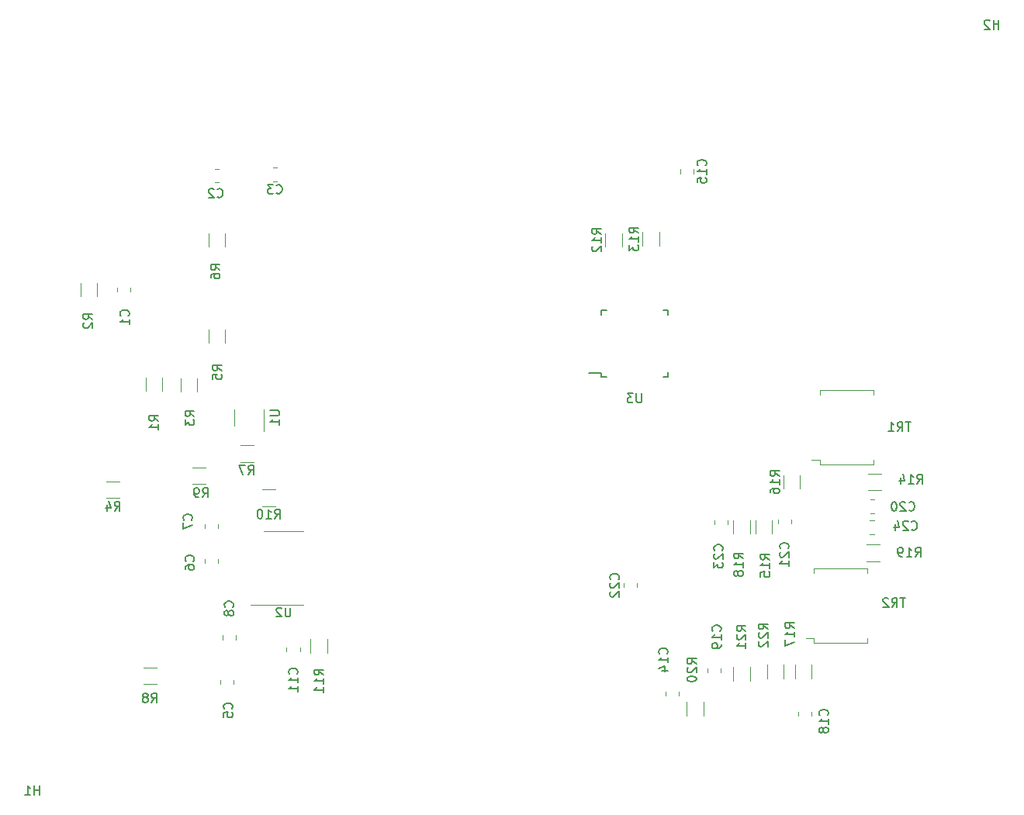
<source format=gbr>
%TF.GenerationSoftware,KiCad,Pcbnew,(5.1.10)-1*%
%TF.CreationDate,2021-07-26T18:41:44-03:00*%
%TF.ProjectId,ASBF,41534246-2e6b-4696-9361-645f70636258,V1.1*%
%TF.SameCoordinates,Original*%
%TF.FileFunction,Legend,Bot*%
%TF.FilePolarity,Positive*%
%FSLAX46Y46*%
G04 Gerber Fmt 4.6, Leading zero omitted, Abs format (unit mm)*
G04 Created by KiCad (PCBNEW (5.1.10)-1) date 2021-07-26 18:41:44*
%MOMM*%
%LPD*%
G01*
G04 APERTURE LIST*
%ADD10C,0.120000*%
%ADD11C,0.150000*%
G04 APERTURE END LIST*
D10*
%TO.C,R12*%
X167055000Y-63243936D02*
X167055000Y-64698064D01*
X165235000Y-63243936D02*
X165235000Y-64698064D01*
%TO.C,TR1*%
X194466000Y-80354000D02*
X194466000Y-80862000D01*
X188624000Y-80354000D02*
X194466000Y-80354000D01*
X188624000Y-80862000D02*
X188624000Y-80354000D01*
X188624000Y-87974000D02*
X187735000Y-87974000D01*
X188624000Y-88482000D02*
X188624000Y-87974000D01*
X194466000Y-88482000D02*
X188624000Y-88482000D01*
X194466000Y-87974000D02*
X194466000Y-88482000D01*
D11*
%TO.C,U3*%
X164806000Y-78474000D02*
X163431000Y-78474000D01*
X172056000Y-78899000D02*
X171531000Y-78899000D01*
X172056000Y-71649000D02*
X171531000Y-71649000D01*
X164806000Y-71649000D02*
X165331000Y-71649000D01*
X164806000Y-78899000D02*
X165331000Y-78899000D01*
X164806000Y-71649000D02*
X164806000Y-72174000D01*
X172056000Y-71649000D02*
X172056000Y-72174000D01*
X172056000Y-78899000D02*
X172056000Y-78374000D01*
X164806000Y-78899000D02*
X164806000Y-78474000D01*
D10*
%TO.C,U2*%
X130100000Y-95765000D02*
X132300000Y-95765000D01*
X130100000Y-95765000D02*
X127900000Y-95765000D01*
X130100000Y-103835000D02*
X132300000Y-103835000D01*
X130100000Y-103835000D02*
X126500000Y-103835000D01*
%TO.C,U1*%
X124685000Y-84227000D02*
X124685000Y-82427000D01*
X127905000Y-82427000D02*
X127905000Y-84877000D01*
%TO.C,TR2*%
X193831000Y-99785000D02*
X193831000Y-100293000D01*
X187989000Y-99785000D02*
X193831000Y-99785000D01*
X187989000Y-100293000D02*
X187989000Y-99785000D01*
X187989000Y-107405000D02*
X187100000Y-107405000D01*
X187989000Y-107913000D02*
X187989000Y-107405000D01*
X193831000Y-107913000D02*
X187989000Y-107913000D01*
X193831000Y-107405000D02*
X193831000Y-107913000D01*
%TO.C,R22*%
X184708000Y-110360936D02*
X184708000Y-111815064D01*
X182888000Y-110360936D02*
X182888000Y-111815064D01*
%TO.C,R21*%
X181025000Y-110614936D02*
X181025000Y-112069064D01*
X179205000Y-110614936D02*
X179205000Y-112069064D01*
%TO.C,R20*%
X174125000Y-115879064D02*
X174125000Y-114424936D01*
X175945000Y-115879064D02*
X175945000Y-114424936D01*
%TO.C,R19*%
X193738936Y-97224000D02*
X195193064Y-97224000D01*
X193738936Y-99044000D02*
X195193064Y-99044000D01*
%TO.C,R18*%
X181025000Y-94551436D02*
X181025000Y-96005564D01*
X179205000Y-94551436D02*
X179205000Y-96005564D01*
%TO.C,R17*%
X187756000Y-110360936D02*
X187756000Y-111815064D01*
X185936000Y-110360936D02*
X185936000Y-111815064D01*
%TO.C,R16*%
X186486000Y-89659936D02*
X186486000Y-91114064D01*
X184666000Y-89659936D02*
X184666000Y-91114064D01*
%TO.C,R15*%
X181618000Y-96005564D02*
X181618000Y-94551436D01*
X183438000Y-96005564D02*
X183438000Y-94551436D01*
%TO.C,R14*%
X193865936Y-89477000D02*
X195320064Y-89477000D01*
X193865936Y-91297000D02*
X195320064Y-91297000D01*
%TO.C,R13*%
X171119000Y-63116936D02*
X171119000Y-64571064D01*
X169299000Y-63116936D02*
X169299000Y-64571064D01*
%TO.C,R11*%
X133039000Y-107564936D02*
X133039000Y-109019064D01*
X134859000Y-107564936D02*
X134859000Y-109019064D01*
%TO.C,R10*%
X127772936Y-93010000D02*
X129227064Y-93010000D01*
X127772936Y-91190000D02*
X129227064Y-91190000D01*
%TO.C,R9*%
X121622064Y-88810000D02*
X120167936Y-88810000D01*
X121622064Y-90630000D02*
X120167936Y-90630000D01*
%TO.C,R8*%
X114833936Y-112474000D02*
X116288064Y-112474000D01*
X114833936Y-110654000D02*
X116288064Y-110654000D01*
%TO.C,R7*%
X125374936Y-88217000D02*
X126829064Y-88217000D01*
X125374936Y-86397000D02*
X126829064Y-86397000D01*
%TO.C,R6*%
X121890000Y-63211936D02*
X121890000Y-64666064D01*
X123710000Y-63211936D02*
X123710000Y-64666064D01*
%TO.C,R5*%
X123710000Y-75207064D02*
X123710000Y-73752936D01*
X121890000Y-75207064D02*
X121890000Y-73752936D01*
%TO.C,R4*%
X110769936Y-92154000D02*
X112224064Y-92154000D01*
X110769936Y-90334000D02*
X112224064Y-90334000D01*
%TO.C,R3*%
X120662000Y-80541064D02*
X120662000Y-79086936D01*
X118842000Y-80541064D02*
X118842000Y-79086936D01*
%TO.C,R2*%
X109740000Y-70127064D02*
X109740000Y-68672936D01*
X107920000Y-70127064D02*
X107920000Y-68672936D01*
%TO.C,R1*%
X115032000Y-78959936D02*
X115032000Y-80414064D01*
X116852000Y-78959936D02*
X116852000Y-80414064D01*
%TO.C,C24*%
X194088436Y-94605000D02*
X194542564Y-94605000D01*
X194088436Y-96075000D02*
X194542564Y-96075000D01*
%TO.C,C23*%
X178564000Y-94581436D02*
X178564000Y-95035564D01*
X177094000Y-94581436D02*
X177094000Y-95035564D01*
%TO.C,C22*%
X168658000Y-101439436D02*
X168658000Y-101893564D01*
X167188000Y-101439436D02*
X167188000Y-101893564D01*
%TO.C,C21*%
X184079000Y-94932064D02*
X184079000Y-94477936D01*
X185549000Y-94932064D02*
X185549000Y-94477936D01*
%TO.C,C20*%
X194111936Y-92319000D02*
X194566064Y-92319000D01*
X194111936Y-93789000D02*
X194566064Y-93789000D01*
%TO.C,C19*%
X177802000Y-110733936D02*
X177802000Y-111188064D01*
X176332000Y-110733936D02*
X176332000Y-111188064D01*
%TO.C,C18*%
X186238000Y-115910564D02*
X186238000Y-115456436D01*
X187708000Y-115910564D02*
X187708000Y-115456436D01*
%TO.C,C15*%
X173411000Y-56705064D02*
X173411000Y-56250936D01*
X174881000Y-56705064D02*
X174881000Y-56250936D01*
%TO.C,C14*%
X173230000Y-113273936D02*
X173230000Y-113728064D01*
X171760000Y-113273936D02*
X171760000Y-113728064D01*
%TO.C,C11*%
X130420000Y-108445936D02*
X130420000Y-108900064D01*
X131890000Y-108445936D02*
X131890000Y-108900064D01*
%TO.C,C8*%
X124932000Y-107600064D02*
X124932000Y-107145936D01*
X123462000Y-107600064D02*
X123462000Y-107145936D01*
%TO.C,C7*%
X122935000Y-95431564D02*
X122935000Y-94977436D01*
X121465000Y-95431564D02*
X121465000Y-94977436D01*
%TO.C,C6*%
X122935000Y-99227064D02*
X122935000Y-98772936D01*
X121465000Y-99227064D02*
X121465000Y-98772936D01*
%TO.C,C5*%
X124678000Y-112449564D02*
X124678000Y-111995436D01*
X123208000Y-112449564D02*
X123208000Y-111995436D01*
%TO.C,C3*%
X128922936Y-57562000D02*
X129377064Y-57562000D01*
X128922936Y-56092000D02*
X129377064Y-56092000D01*
%TO.C,C2*%
X123027064Y-56219000D02*
X122572936Y-56219000D01*
X123027064Y-57689000D02*
X122572936Y-57689000D01*
%TO.C,C1*%
X111905000Y-69172936D02*
X111905000Y-69627064D01*
X113375000Y-69172936D02*
X113375000Y-69627064D01*
%TO.C,R12*%
D11*
X164777380Y-63328142D02*
X164301190Y-62994809D01*
X164777380Y-62756714D02*
X163777380Y-62756714D01*
X163777380Y-63137666D01*
X163825000Y-63232904D01*
X163872619Y-63280523D01*
X163967857Y-63328142D01*
X164110714Y-63328142D01*
X164205952Y-63280523D01*
X164253571Y-63232904D01*
X164301190Y-63137666D01*
X164301190Y-62756714D01*
X164777380Y-64280523D02*
X164777380Y-63709095D01*
X164777380Y-63994809D02*
X163777380Y-63994809D01*
X163920238Y-63899571D01*
X164015476Y-63804333D01*
X164063095Y-63709095D01*
X163872619Y-64661476D02*
X163825000Y-64709095D01*
X163777380Y-64804333D01*
X163777380Y-65042428D01*
X163825000Y-65137666D01*
X163872619Y-65185285D01*
X163967857Y-65232904D01*
X164063095Y-65232904D01*
X164205952Y-65185285D01*
X164777380Y-64613857D01*
X164777380Y-65232904D01*
%TO.C,TR1*%
X198561904Y-83852380D02*
X197990476Y-83852380D01*
X198276190Y-84852380D02*
X198276190Y-83852380D01*
X197085714Y-84852380D02*
X197419047Y-84376190D01*
X197657142Y-84852380D02*
X197657142Y-83852380D01*
X197276190Y-83852380D01*
X197180952Y-83900000D01*
X197133333Y-83947619D01*
X197085714Y-84042857D01*
X197085714Y-84185714D01*
X197133333Y-84280952D01*
X197180952Y-84328571D01*
X197276190Y-84376190D01*
X197657142Y-84376190D01*
X196133333Y-84852380D02*
X196704761Y-84852380D01*
X196419047Y-84852380D02*
X196419047Y-83852380D01*
X196514285Y-83995238D01*
X196609523Y-84090476D01*
X196704761Y-84138095D01*
%TO.C,U3*%
X169192904Y-80726380D02*
X169192904Y-81535904D01*
X169145285Y-81631142D01*
X169097666Y-81678761D01*
X169002428Y-81726380D01*
X168811952Y-81726380D01*
X168716714Y-81678761D01*
X168669095Y-81631142D01*
X168621476Y-81535904D01*
X168621476Y-80726380D01*
X168240523Y-80726380D02*
X167621476Y-80726380D01*
X167954809Y-81107333D01*
X167811952Y-81107333D01*
X167716714Y-81154952D01*
X167669095Y-81202571D01*
X167621476Y-81297809D01*
X167621476Y-81535904D01*
X167669095Y-81631142D01*
X167716714Y-81678761D01*
X167811952Y-81726380D01*
X168097666Y-81726380D01*
X168192904Y-81678761D01*
X168240523Y-81631142D01*
%TO.C,U2*%
X130861904Y-104102380D02*
X130861904Y-104911904D01*
X130814285Y-105007142D01*
X130766666Y-105054761D01*
X130671428Y-105102380D01*
X130480952Y-105102380D01*
X130385714Y-105054761D01*
X130338095Y-105007142D01*
X130290476Y-104911904D01*
X130290476Y-104102380D01*
X129861904Y-104197619D02*
X129814285Y-104150000D01*
X129719047Y-104102380D01*
X129480952Y-104102380D01*
X129385714Y-104150000D01*
X129338095Y-104197619D01*
X129290476Y-104292857D01*
X129290476Y-104388095D01*
X129338095Y-104530952D01*
X129909523Y-105102380D01*
X129290476Y-105102380D01*
%TO.C,U1*%
X128647380Y-82565095D02*
X129456904Y-82565095D01*
X129552142Y-82612714D01*
X129599761Y-82660333D01*
X129647380Y-82755571D01*
X129647380Y-82946047D01*
X129599761Y-83041285D01*
X129552142Y-83088904D01*
X129456904Y-83136523D01*
X128647380Y-83136523D01*
X129647380Y-84136523D02*
X129647380Y-83565095D01*
X129647380Y-83850809D02*
X128647380Y-83850809D01*
X128790238Y-83755571D01*
X128885476Y-83660333D01*
X128933095Y-83565095D01*
%TO.C,TR2*%
X197961904Y-103052380D02*
X197390476Y-103052380D01*
X197676190Y-104052380D02*
X197676190Y-103052380D01*
X196485714Y-104052380D02*
X196819047Y-103576190D01*
X197057142Y-104052380D02*
X197057142Y-103052380D01*
X196676190Y-103052380D01*
X196580952Y-103100000D01*
X196533333Y-103147619D01*
X196485714Y-103242857D01*
X196485714Y-103385714D01*
X196533333Y-103480952D01*
X196580952Y-103528571D01*
X196676190Y-103576190D01*
X197057142Y-103576190D01*
X196104761Y-103147619D02*
X196057142Y-103100000D01*
X195961904Y-103052380D01*
X195723809Y-103052380D01*
X195628571Y-103100000D01*
X195580952Y-103147619D01*
X195533333Y-103242857D01*
X195533333Y-103338095D01*
X195580952Y-103480952D01*
X196152380Y-104052380D01*
X195533333Y-104052380D01*
%TO.C,R22*%
X182952380Y-106457142D02*
X182476190Y-106123809D01*
X182952380Y-105885714D02*
X181952380Y-105885714D01*
X181952380Y-106266666D01*
X182000000Y-106361904D01*
X182047619Y-106409523D01*
X182142857Y-106457142D01*
X182285714Y-106457142D01*
X182380952Y-106409523D01*
X182428571Y-106361904D01*
X182476190Y-106266666D01*
X182476190Y-105885714D01*
X182047619Y-106838095D02*
X182000000Y-106885714D01*
X181952380Y-106980952D01*
X181952380Y-107219047D01*
X182000000Y-107314285D01*
X182047619Y-107361904D01*
X182142857Y-107409523D01*
X182238095Y-107409523D01*
X182380952Y-107361904D01*
X182952380Y-106790476D01*
X182952380Y-107409523D01*
X182047619Y-107790476D02*
X182000000Y-107838095D01*
X181952380Y-107933333D01*
X181952380Y-108171428D01*
X182000000Y-108266666D01*
X182047619Y-108314285D01*
X182142857Y-108361904D01*
X182238095Y-108361904D01*
X182380952Y-108314285D01*
X182952380Y-107742857D01*
X182952380Y-108361904D01*
%TO.C,R21*%
X180552380Y-106657142D02*
X180076190Y-106323809D01*
X180552380Y-106085714D02*
X179552380Y-106085714D01*
X179552380Y-106466666D01*
X179600000Y-106561904D01*
X179647619Y-106609523D01*
X179742857Y-106657142D01*
X179885714Y-106657142D01*
X179980952Y-106609523D01*
X180028571Y-106561904D01*
X180076190Y-106466666D01*
X180076190Y-106085714D01*
X179647619Y-107038095D02*
X179600000Y-107085714D01*
X179552380Y-107180952D01*
X179552380Y-107419047D01*
X179600000Y-107514285D01*
X179647619Y-107561904D01*
X179742857Y-107609523D01*
X179838095Y-107609523D01*
X179980952Y-107561904D01*
X180552380Y-106990476D01*
X180552380Y-107609523D01*
X180552380Y-108561904D02*
X180552380Y-107990476D01*
X180552380Y-108276190D02*
X179552380Y-108276190D01*
X179695238Y-108180952D01*
X179790476Y-108085714D01*
X179838095Y-107990476D01*
%TO.C,R20*%
X175152380Y-110257142D02*
X174676190Y-109923809D01*
X175152380Y-109685714D02*
X174152380Y-109685714D01*
X174152380Y-110066666D01*
X174200000Y-110161904D01*
X174247619Y-110209523D01*
X174342857Y-110257142D01*
X174485714Y-110257142D01*
X174580952Y-110209523D01*
X174628571Y-110161904D01*
X174676190Y-110066666D01*
X174676190Y-109685714D01*
X174247619Y-110638095D02*
X174200000Y-110685714D01*
X174152380Y-110780952D01*
X174152380Y-111019047D01*
X174200000Y-111114285D01*
X174247619Y-111161904D01*
X174342857Y-111209523D01*
X174438095Y-111209523D01*
X174580952Y-111161904D01*
X175152380Y-110590476D01*
X175152380Y-111209523D01*
X174152380Y-111828571D02*
X174152380Y-111923809D01*
X174200000Y-112019047D01*
X174247619Y-112066666D01*
X174342857Y-112114285D01*
X174533333Y-112161904D01*
X174771428Y-112161904D01*
X174961904Y-112114285D01*
X175057142Y-112066666D01*
X175104761Y-112019047D01*
X175152380Y-111923809D01*
X175152380Y-111828571D01*
X175104761Y-111733333D01*
X175057142Y-111685714D01*
X174961904Y-111638095D01*
X174771428Y-111590476D01*
X174533333Y-111590476D01*
X174342857Y-111638095D01*
X174247619Y-111685714D01*
X174200000Y-111733333D01*
X174152380Y-111828571D01*
%TO.C,R19*%
X199042857Y-98552380D02*
X199376190Y-98076190D01*
X199614285Y-98552380D02*
X199614285Y-97552380D01*
X199233333Y-97552380D01*
X199138095Y-97600000D01*
X199090476Y-97647619D01*
X199042857Y-97742857D01*
X199042857Y-97885714D01*
X199090476Y-97980952D01*
X199138095Y-98028571D01*
X199233333Y-98076190D01*
X199614285Y-98076190D01*
X198090476Y-98552380D02*
X198661904Y-98552380D01*
X198376190Y-98552380D02*
X198376190Y-97552380D01*
X198471428Y-97695238D01*
X198566666Y-97790476D01*
X198661904Y-97838095D01*
X197614285Y-98552380D02*
X197423809Y-98552380D01*
X197328571Y-98504761D01*
X197280952Y-98457142D01*
X197185714Y-98314285D01*
X197138095Y-98123809D01*
X197138095Y-97742857D01*
X197185714Y-97647619D01*
X197233333Y-97600000D01*
X197328571Y-97552380D01*
X197519047Y-97552380D01*
X197614285Y-97600000D01*
X197661904Y-97647619D01*
X197709523Y-97742857D01*
X197709523Y-97980952D01*
X197661904Y-98076190D01*
X197614285Y-98123809D01*
X197519047Y-98171428D01*
X197328571Y-98171428D01*
X197233333Y-98123809D01*
X197185714Y-98076190D01*
X197138095Y-97980952D01*
%TO.C,R18*%
X180252380Y-98757142D02*
X179776190Y-98423809D01*
X180252380Y-98185714D02*
X179252380Y-98185714D01*
X179252380Y-98566666D01*
X179300000Y-98661904D01*
X179347619Y-98709523D01*
X179442857Y-98757142D01*
X179585714Y-98757142D01*
X179680952Y-98709523D01*
X179728571Y-98661904D01*
X179776190Y-98566666D01*
X179776190Y-98185714D01*
X180252380Y-99709523D02*
X180252380Y-99138095D01*
X180252380Y-99423809D02*
X179252380Y-99423809D01*
X179395238Y-99328571D01*
X179490476Y-99233333D01*
X179538095Y-99138095D01*
X179680952Y-100280952D02*
X179633333Y-100185714D01*
X179585714Y-100138095D01*
X179490476Y-100090476D01*
X179442857Y-100090476D01*
X179347619Y-100138095D01*
X179300000Y-100185714D01*
X179252380Y-100280952D01*
X179252380Y-100471428D01*
X179300000Y-100566666D01*
X179347619Y-100614285D01*
X179442857Y-100661904D01*
X179490476Y-100661904D01*
X179585714Y-100614285D01*
X179633333Y-100566666D01*
X179680952Y-100471428D01*
X179680952Y-100280952D01*
X179728571Y-100185714D01*
X179776190Y-100138095D01*
X179871428Y-100090476D01*
X180061904Y-100090476D01*
X180157142Y-100138095D01*
X180204761Y-100185714D01*
X180252380Y-100280952D01*
X180252380Y-100471428D01*
X180204761Y-100566666D01*
X180157142Y-100614285D01*
X180061904Y-100661904D01*
X179871428Y-100661904D01*
X179776190Y-100614285D01*
X179728571Y-100566666D01*
X179680952Y-100471428D01*
%TO.C,R17*%
X185852380Y-106357142D02*
X185376190Y-106023809D01*
X185852380Y-105785714D02*
X184852380Y-105785714D01*
X184852380Y-106166666D01*
X184900000Y-106261904D01*
X184947619Y-106309523D01*
X185042857Y-106357142D01*
X185185714Y-106357142D01*
X185280952Y-106309523D01*
X185328571Y-106261904D01*
X185376190Y-106166666D01*
X185376190Y-105785714D01*
X185852380Y-107309523D02*
X185852380Y-106738095D01*
X185852380Y-107023809D02*
X184852380Y-107023809D01*
X184995238Y-106928571D01*
X185090476Y-106833333D01*
X185138095Y-106738095D01*
X184852380Y-107642857D02*
X184852380Y-108309523D01*
X185852380Y-107880952D01*
%TO.C,R16*%
X184208380Y-89744142D02*
X183732190Y-89410809D01*
X184208380Y-89172714D02*
X183208380Y-89172714D01*
X183208380Y-89553666D01*
X183256000Y-89648904D01*
X183303619Y-89696523D01*
X183398857Y-89744142D01*
X183541714Y-89744142D01*
X183636952Y-89696523D01*
X183684571Y-89648904D01*
X183732190Y-89553666D01*
X183732190Y-89172714D01*
X184208380Y-90696523D02*
X184208380Y-90125095D01*
X184208380Y-90410809D02*
X183208380Y-90410809D01*
X183351238Y-90315571D01*
X183446476Y-90220333D01*
X183494095Y-90125095D01*
X183208380Y-91553666D02*
X183208380Y-91363190D01*
X183256000Y-91267952D01*
X183303619Y-91220333D01*
X183446476Y-91125095D01*
X183636952Y-91077476D01*
X184017904Y-91077476D01*
X184113142Y-91125095D01*
X184160761Y-91172714D01*
X184208380Y-91267952D01*
X184208380Y-91458428D01*
X184160761Y-91553666D01*
X184113142Y-91601285D01*
X184017904Y-91648904D01*
X183779809Y-91648904D01*
X183684571Y-91601285D01*
X183636952Y-91553666D01*
X183589333Y-91458428D01*
X183589333Y-91267952D01*
X183636952Y-91172714D01*
X183684571Y-91125095D01*
X183779809Y-91077476D01*
%TO.C,R15*%
X183152380Y-98857142D02*
X182676190Y-98523809D01*
X183152380Y-98285714D02*
X182152380Y-98285714D01*
X182152380Y-98666666D01*
X182200000Y-98761904D01*
X182247619Y-98809523D01*
X182342857Y-98857142D01*
X182485714Y-98857142D01*
X182580952Y-98809523D01*
X182628571Y-98761904D01*
X182676190Y-98666666D01*
X182676190Y-98285714D01*
X183152380Y-99809523D02*
X183152380Y-99238095D01*
X183152380Y-99523809D02*
X182152380Y-99523809D01*
X182295238Y-99428571D01*
X182390476Y-99333333D01*
X182438095Y-99238095D01*
X182152380Y-100714285D02*
X182152380Y-100238095D01*
X182628571Y-100190476D01*
X182580952Y-100238095D01*
X182533333Y-100333333D01*
X182533333Y-100571428D01*
X182580952Y-100666666D01*
X182628571Y-100714285D01*
X182723809Y-100761904D01*
X182961904Y-100761904D01*
X183057142Y-100714285D01*
X183104761Y-100666666D01*
X183152380Y-100571428D01*
X183152380Y-100333333D01*
X183104761Y-100238095D01*
X183057142Y-100190476D01*
%TO.C,R14*%
X199242857Y-90552380D02*
X199576190Y-90076190D01*
X199814285Y-90552380D02*
X199814285Y-89552380D01*
X199433333Y-89552380D01*
X199338095Y-89600000D01*
X199290476Y-89647619D01*
X199242857Y-89742857D01*
X199242857Y-89885714D01*
X199290476Y-89980952D01*
X199338095Y-90028571D01*
X199433333Y-90076190D01*
X199814285Y-90076190D01*
X198290476Y-90552380D02*
X198861904Y-90552380D01*
X198576190Y-90552380D02*
X198576190Y-89552380D01*
X198671428Y-89695238D01*
X198766666Y-89790476D01*
X198861904Y-89838095D01*
X197433333Y-89885714D02*
X197433333Y-90552380D01*
X197671428Y-89504761D02*
X197909523Y-90219047D01*
X197290476Y-90219047D01*
%TO.C,R13*%
X168841380Y-63201142D02*
X168365190Y-62867809D01*
X168841380Y-62629714D02*
X167841380Y-62629714D01*
X167841380Y-63010666D01*
X167889000Y-63105904D01*
X167936619Y-63153523D01*
X168031857Y-63201142D01*
X168174714Y-63201142D01*
X168269952Y-63153523D01*
X168317571Y-63105904D01*
X168365190Y-63010666D01*
X168365190Y-62629714D01*
X168841380Y-64153523D02*
X168841380Y-63582095D01*
X168841380Y-63867809D02*
X167841380Y-63867809D01*
X167984238Y-63772571D01*
X168079476Y-63677333D01*
X168127095Y-63582095D01*
X167841380Y-64486857D02*
X167841380Y-65105904D01*
X168222333Y-64772571D01*
X168222333Y-64915428D01*
X168269952Y-65010666D01*
X168317571Y-65058285D01*
X168412809Y-65105904D01*
X168650904Y-65105904D01*
X168746142Y-65058285D01*
X168793761Y-65010666D01*
X168841380Y-64915428D01*
X168841380Y-64629714D01*
X168793761Y-64534476D01*
X168746142Y-64486857D01*
%TO.C,R11*%
X134452380Y-111457142D02*
X133976190Y-111123809D01*
X134452380Y-110885714D02*
X133452380Y-110885714D01*
X133452380Y-111266666D01*
X133500000Y-111361904D01*
X133547619Y-111409523D01*
X133642857Y-111457142D01*
X133785714Y-111457142D01*
X133880952Y-111409523D01*
X133928571Y-111361904D01*
X133976190Y-111266666D01*
X133976190Y-110885714D01*
X134452380Y-112409523D02*
X134452380Y-111838095D01*
X134452380Y-112123809D02*
X133452380Y-112123809D01*
X133595238Y-112028571D01*
X133690476Y-111933333D01*
X133738095Y-111838095D01*
X134452380Y-113361904D02*
X134452380Y-112790476D01*
X134452380Y-113076190D02*
X133452380Y-113076190D01*
X133595238Y-112980952D01*
X133690476Y-112885714D01*
X133738095Y-112790476D01*
%TO.C,R10*%
X129142857Y-94372380D02*
X129476190Y-93896190D01*
X129714285Y-94372380D02*
X129714285Y-93372380D01*
X129333333Y-93372380D01*
X129238095Y-93420000D01*
X129190476Y-93467619D01*
X129142857Y-93562857D01*
X129142857Y-93705714D01*
X129190476Y-93800952D01*
X129238095Y-93848571D01*
X129333333Y-93896190D01*
X129714285Y-93896190D01*
X128190476Y-94372380D02*
X128761904Y-94372380D01*
X128476190Y-94372380D02*
X128476190Y-93372380D01*
X128571428Y-93515238D01*
X128666666Y-93610476D01*
X128761904Y-93658095D01*
X127571428Y-93372380D02*
X127476190Y-93372380D01*
X127380952Y-93420000D01*
X127333333Y-93467619D01*
X127285714Y-93562857D01*
X127238095Y-93753333D01*
X127238095Y-93991428D01*
X127285714Y-94181904D01*
X127333333Y-94277142D01*
X127380952Y-94324761D01*
X127476190Y-94372380D01*
X127571428Y-94372380D01*
X127666666Y-94324761D01*
X127714285Y-94277142D01*
X127761904Y-94181904D01*
X127809523Y-93991428D01*
X127809523Y-93753333D01*
X127761904Y-93562857D01*
X127714285Y-93467619D01*
X127666666Y-93420000D01*
X127571428Y-93372380D01*
%TO.C,R9*%
X121266666Y-92052380D02*
X121600000Y-91576190D01*
X121838095Y-92052380D02*
X121838095Y-91052380D01*
X121457142Y-91052380D01*
X121361904Y-91100000D01*
X121314285Y-91147619D01*
X121266666Y-91242857D01*
X121266666Y-91385714D01*
X121314285Y-91480952D01*
X121361904Y-91528571D01*
X121457142Y-91576190D01*
X121838095Y-91576190D01*
X120790476Y-92052380D02*
X120600000Y-92052380D01*
X120504761Y-92004761D01*
X120457142Y-91957142D01*
X120361904Y-91814285D01*
X120314285Y-91623809D01*
X120314285Y-91242857D01*
X120361904Y-91147619D01*
X120409523Y-91100000D01*
X120504761Y-91052380D01*
X120695238Y-91052380D01*
X120790476Y-91100000D01*
X120838095Y-91147619D01*
X120885714Y-91242857D01*
X120885714Y-91480952D01*
X120838095Y-91576190D01*
X120790476Y-91623809D01*
X120695238Y-91671428D01*
X120504761Y-91671428D01*
X120409523Y-91623809D01*
X120361904Y-91576190D01*
X120314285Y-91480952D01*
%TO.C,R8*%
X115666666Y-114452380D02*
X116000000Y-113976190D01*
X116238095Y-114452380D02*
X116238095Y-113452380D01*
X115857142Y-113452380D01*
X115761904Y-113500000D01*
X115714285Y-113547619D01*
X115666666Y-113642857D01*
X115666666Y-113785714D01*
X115714285Y-113880952D01*
X115761904Y-113928571D01*
X115857142Y-113976190D01*
X116238095Y-113976190D01*
X115095238Y-113880952D02*
X115190476Y-113833333D01*
X115238095Y-113785714D01*
X115285714Y-113690476D01*
X115285714Y-113642857D01*
X115238095Y-113547619D01*
X115190476Y-113500000D01*
X115095238Y-113452380D01*
X114904761Y-113452380D01*
X114809523Y-113500000D01*
X114761904Y-113547619D01*
X114714285Y-113642857D01*
X114714285Y-113690476D01*
X114761904Y-113785714D01*
X114809523Y-113833333D01*
X114904761Y-113880952D01*
X115095238Y-113880952D01*
X115190476Y-113928571D01*
X115238095Y-113976190D01*
X115285714Y-114071428D01*
X115285714Y-114261904D01*
X115238095Y-114357142D01*
X115190476Y-114404761D01*
X115095238Y-114452380D01*
X114904761Y-114452380D01*
X114809523Y-114404761D01*
X114761904Y-114357142D01*
X114714285Y-114261904D01*
X114714285Y-114071428D01*
X114761904Y-113976190D01*
X114809523Y-113928571D01*
X114904761Y-113880952D01*
%TO.C,R7*%
X126268666Y-89579380D02*
X126602000Y-89103190D01*
X126840095Y-89579380D02*
X126840095Y-88579380D01*
X126459142Y-88579380D01*
X126363904Y-88627000D01*
X126316285Y-88674619D01*
X126268666Y-88769857D01*
X126268666Y-88912714D01*
X126316285Y-89007952D01*
X126363904Y-89055571D01*
X126459142Y-89103190D01*
X126840095Y-89103190D01*
X125935333Y-88579380D02*
X125268666Y-88579380D01*
X125697238Y-89579380D01*
%TO.C,R6*%
X123152380Y-67233333D02*
X122676190Y-66900000D01*
X123152380Y-66661904D02*
X122152380Y-66661904D01*
X122152380Y-67042857D01*
X122200000Y-67138095D01*
X122247619Y-67185714D01*
X122342857Y-67233333D01*
X122485714Y-67233333D01*
X122580952Y-67185714D01*
X122628571Y-67138095D01*
X122676190Y-67042857D01*
X122676190Y-66661904D01*
X122152380Y-68090476D02*
X122152380Y-67900000D01*
X122200000Y-67804761D01*
X122247619Y-67757142D01*
X122390476Y-67661904D01*
X122580952Y-67614285D01*
X122961904Y-67614285D01*
X123057142Y-67661904D01*
X123104761Y-67709523D01*
X123152380Y-67804761D01*
X123152380Y-67995238D01*
X123104761Y-68090476D01*
X123057142Y-68138095D01*
X122961904Y-68185714D01*
X122723809Y-68185714D01*
X122628571Y-68138095D01*
X122580952Y-68090476D01*
X122533333Y-67995238D01*
X122533333Y-67804761D01*
X122580952Y-67709523D01*
X122628571Y-67661904D01*
X122723809Y-67614285D01*
%TO.C,R5*%
X123352380Y-78233333D02*
X122876190Y-77900000D01*
X123352380Y-77661904D02*
X122352380Y-77661904D01*
X122352380Y-78042857D01*
X122400000Y-78138095D01*
X122447619Y-78185714D01*
X122542857Y-78233333D01*
X122685714Y-78233333D01*
X122780952Y-78185714D01*
X122828571Y-78138095D01*
X122876190Y-78042857D01*
X122876190Y-77661904D01*
X122352380Y-79138095D02*
X122352380Y-78661904D01*
X122828571Y-78614285D01*
X122780952Y-78661904D01*
X122733333Y-78757142D01*
X122733333Y-78995238D01*
X122780952Y-79090476D01*
X122828571Y-79138095D01*
X122923809Y-79185714D01*
X123161904Y-79185714D01*
X123257142Y-79138095D01*
X123304761Y-79090476D01*
X123352380Y-78995238D01*
X123352380Y-78757142D01*
X123304761Y-78661904D01*
X123257142Y-78614285D01*
%TO.C,R4*%
X111663666Y-93516380D02*
X111997000Y-93040190D01*
X112235095Y-93516380D02*
X112235095Y-92516380D01*
X111854142Y-92516380D01*
X111758904Y-92564000D01*
X111711285Y-92611619D01*
X111663666Y-92706857D01*
X111663666Y-92849714D01*
X111711285Y-92944952D01*
X111758904Y-92992571D01*
X111854142Y-93040190D01*
X112235095Y-93040190D01*
X110806523Y-92849714D02*
X110806523Y-93516380D01*
X111044619Y-92468761D02*
X111282714Y-93183047D01*
X110663666Y-93183047D01*
%TO.C,R3*%
X120352380Y-83233333D02*
X119876190Y-82900000D01*
X120352380Y-82661904D02*
X119352380Y-82661904D01*
X119352380Y-83042857D01*
X119400000Y-83138095D01*
X119447619Y-83185714D01*
X119542857Y-83233333D01*
X119685714Y-83233333D01*
X119780952Y-83185714D01*
X119828571Y-83138095D01*
X119876190Y-83042857D01*
X119876190Y-82661904D01*
X119352380Y-83566666D02*
X119352380Y-84185714D01*
X119733333Y-83852380D01*
X119733333Y-83995238D01*
X119780952Y-84090476D01*
X119828571Y-84138095D01*
X119923809Y-84185714D01*
X120161904Y-84185714D01*
X120257142Y-84138095D01*
X120304761Y-84090476D01*
X120352380Y-83995238D01*
X120352380Y-83709523D01*
X120304761Y-83614285D01*
X120257142Y-83566666D01*
%TO.C,R2*%
X109252380Y-72633333D02*
X108776190Y-72300000D01*
X109252380Y-72061904D02*
X108252380Y-72061904D01*
X108252380Y-72442857D01*
X108300000Y-72538095D01*
X108347619Y-72585714D01*
X108442857Y-72633333D01*
X108585714Y-72633333D01*
X108680952Y-72585714D01*
X108728571Y-72538095D01*
X108776190Y-72442857D01*
X108776190Y-72061904D01*
X108347619Y-73014285D02*
X108300000Y-73061904D01*
X108252380Y-73157142D01*
X108252380Y-73395238D01*
X108300000Y-73490476D01*
X108347619Y-73538095D01*
X108442857Y-73585714D01*
X108538095Y-73585714D01*
X108680952Y-73538095D01*
X109252380Y-72966666D01*
X109252380Y-73585714D01*
%TO.C,R1*%
X116452380Y-83733333D02*
X115976190Y-83400000D01*
X116452380Y-83161904D02*
X115452380Y-83161904D01*
X115452380Y-83542857D01*
X115500000Y-83638095D01*
X115547619Y-83685714D01*
X115642857Y-83733333D01*
X115785714Y-83733333D01*
X115880952Y-83685714D01*
X115928571Y-83638095D01*
X115976190Y-83542857D01*
X115976190Y-83161904D01*
X116452380Y-84685714D02*
X116452380Y-84114285D01*
X116452380Y-84400000D02*
X115452380Y-84400000D01*
X115595238Y-84304761D01*
X115690476Y-84209523D01*
X115738095Y-84114285D01*
%TO.C,H2*%
X208161904Y-40952380D02*
X208161904Y-39952380D01*
X208161904Y-40428571D02*
X207590476Y-40428571D01*
X207590476Y-40952380D02*
X207590476Y-39952380D01*
X207161904Y-40047619D02*
X207114285Y-40000000D01*
X207019047Y-39952380D01*
X206780952Y-39952380D01*
X206685714Y-40000000D01*
X206638095Y-40047619D01*
X206590476Y-40142857D01*
X206590476Y-40238095D01*
X206638095Y-40380952D01*
X207209523Y-40952380D01*
X206590476Y-40952380D01*
%TO.C,H1*%
X103461904Y-124552380D02*
X103461904Y-123552380D01*
X103461904Y-124028571D02*
X102890476Y-124028571D01*
X102890476Y-124552380D02*
X102890476Y-123552380D01*
X101890476Y-124552380D02*
X102461904Y-124552380D01*
X102176190Y-124552380D02*
X102176190Y-123552380D01*
X102271428Y-123695238D01*
X102366666Y-123790476D01*
X102461904Y-123838095D01*
%TO.C,C24*%
X198642857Y-95557142D02*
X198690476Y-95604761D01*
X198833333Y-95652380D01*
X198928571Y-95652380D01*
X199071428Y-95604761D01*
X199166666Y-95509523D01*
X199214285Y-95414285D01*
X199261904Y-95223809D01*
X199261904Y-95080952D01*
X199214285Y-94890476D01*
X199166666Y-94795238D01*
X199071428Y-94700000D01*
X198928571Y-94652380D01*
X198833333Y-94652380D01*
X198690476Y-94700000D01*
X198642857Y-94747619D01*
X198261904Y-94747619D02*
X198214285Y-94700000D01*
X198119047Y-94652380D01*
X197880952Y-94652380D01*
X197785714Y-94700000D01*
X197738095Y-94747619D01*
X197690476Y-94842857D01*
X197690476Y-94938095D01*
X197738095Y-95080952D01*
X198309523Y-95652380D01*
X197690476Y-95652380D01*
X196833333Y-94985714D02*
X196833333Y-95652380D01*
X197071428Y-94604761D02*
X197309523Y-95319047D01*
X196690476Y-95319047D01*
%TO.C,C23*%
X177957142Y-97857142D02*
X178004761Y-97809523D01*
X178052380Y-97666666D01*
X178052380Y-97571428D01*
X178004761Y-97428571D01*
X177909523Y-97333333D01*
X177814285Y-97285714D01*
X177623809Y-97238095D01*
X177480952Y-97238095D01*
X177290476Y-97285714D01*
X177195238Y-97333333D01*
X177100000Y-97428571D01*
X177052380Y-97571428D01*
X177052380Y-97666666D01*
X177100000Y-97809523D01*
X177147619Y-97857142D01*
X177147619Y-98238095D02*
X177100000Y-98285714D01*
X177052380Y-98380952D01*
X177052380Y-98619047D01*
X177100000Y-98714285D01*
X177147619Y-98761904D01*
X177242857Y-98809523D01*
X177338095Y-98809523D01*
X177480952Y-98761904D01*
X178052380Y-98190476D01*
X178052380Y-98809523D01*
X177052380Y-99142857D02*
X177052380Y-99761904D01*
X177433333Y-99428571D01*
X177433333Y-99571428D01*
X177480952Y-99666666D01*
X177528571Y-99714285D01*
X177623809Y-99761904D01*
X177861904Y-99761904D01*
X177957142Y-99714285D01*
X178004761Y-99666666D01*
X178052380Y-99571428D01*
X178052380Y-99285714D01*
X178004761Y-99190476D01*
X177957142Y-99142857D01*
%TO.C,C22*%
X166630142Y-101023642D02*
X166677761Y-100976023D01*
X166725380Y-100833166D01*
X166725380Y-100737928D01*
X166677761Y-100595071D01*
X166582523Y-100499833D01*
X166487285Y-100452214D01*
X166296809Y-100404595D01*
X166153952Y-100404595D01*
X165963476Y-100452214D01*
X165868238Y-100499833D01*
X165773000Y-100595071D01*
X165725380Y-100737928D01*
X165725380Y-100833166D01*
X165773000Y-100976023D01*
X165820619Y-101023642D01*
X165820619Y-101404595D02*
X165773000Y-101452214D01*
X165725380Y-101547452D01*
X165725380Y-101785547D01*
X165773000Y-101880785D01*
X165820619Y-101928404D01*
X165915857Y-101976023D01*
X166011095Y-101976023D01*
X166153952Y-101928404D01*
X166725380Y-101356976D01*
X166725380Y-101976023D01*
X165820619Y-102356976D02*
X165773000Y-102404595D01*
X165725380Y-102499833D01*
X165725380Y-102737928D01*
X165773000Y-102833166D01*
X165820619Y-102880785D01*
X165915857Y-102928404D01*
X166011095Y-102928404D01*
X166153952Y-102880785D01*
X166725380Y-102309357D01*
X166725380Y-102928404D01*
%TO.C,C21*%
X185157142Y-97657142D02*
X185204761Y-97609523D01*
X185252380Y-97466666D01*
X185252380Y-97371428D01*
X185204761Y-97228571D01*
X185109523Y-97133333D01*
X185014285Y-97085714D01*
X184823809Y-97038095D01*
X184680952Y-97038095D01*
X184490476Y-97085714D01*
X184395238Y-97133333D01*
X184300000Y-97228571D01*
X184252380Y-97371428D01*
X184252380Y-97466666D01*
X184300000Y-97609523D01*
X184347619Y-97657142D01*
X184347619Y-98038095D02*
X184300000Y-98085714D01*
X184252380Y-98180952D01*
X184252380Y-98419047D01*
X184300000Y-98514285D01*
X184347619Y-98561904D01*
X184442857Y-98609523D01*
X184538095Y-98609523D01*
X184680952Y-98561904D01*
X185252380Y-97990476D01*
X185252380Y-98609523D01*
X185252380Y-99561904D02*
X185252380Y-98990476D01*
X185252380Y-99276190D02*
X184252380Y-99276190D01*
X184395238Y-99180952D01*
X184490476Y-99085714D01*
X184538095Y-98990476D01*
%TO.C,C20*%
X198342857Y-93457142D02*
X198390476Y-93504761D01*
X198533333Y-93552380D01*
X198628571Y-93552380D01*
X198771428Y-93504761D01*
X198866666Y-93409523D01*
X198914285Y-93314285D01*
X198961904Y-93123809D01*
X198961904Y-92980952D01*
X198914285Y-92790476D01*
X198866666Y-92695238D01*
X198771428Y-92600000D01*
X198628571Y-92552380D01*
X198533333Y-92552380D01*
X198390476Y-92600000D01*
X198342857Y-92647619D01*
X197961904Y-92647619D02*
X197914285Y-92600000D01*
X197819047Y-92552380D01*
X197580952Y-92552380D01*
X197485714Y-92600000D01*
X197438095Y-92647619D01*
X197390476Y-92742857D01*
X197390476Y-92838095D01*
X197438095Y-92980952D01*
X198009523Y-93552380D01*
X197390476Y-93552380D01*
X196771428Y-92552380D02*
X196676190Y-92552380D01*
X196580952Y-92600000D01*
X196533333Y-92647619D01*
X196485714Y-92742857D01*
X196438095Y-92933333D01*
X196438095Y-93171428D01*
X196485714Y-93361904D01*
X196533333Y-93457142D01*
X196580952Y-93504761D01*
X196676190Y-93552380D01*
X196771428Y-93552380D01*
X196866666Y-93504761D01*
X196914285Y-93457142D01*
X196961904Y-93361904D01*
X197009523Y-93171428D01*
X197009523Y-92933333D01*
X196961904Y-92742857D01*
X196914285Y-92647619D01*
X196866666Y-92600000D01*
X196771428Y-92552380D01*
%TO.C,C19*%
X177757142Y-106657142D02*
X177804761Y-106609523D01*
X177852380Y-106466666D01*
X177852380Y-106371428D01*
X177804761Y-106228571D01*
X177709523Y-106133333D01*
X177614285Y-106085714D01*
X177423809Y-106038095D01*
X177280952Y-106038095D01*
X177090476Y-106085714D01*
X176995238Y-106133333D01*
X176900000Y-106228571D01*
X176852380Y-106371428D01*
X176852380Y-106466666D01*
X176900000Y-106609523D01*
X176947619Y-106657142D01*
X177852380Y-107609523D02*
X177852380Y-107038095D01*
X177852380Y-107323809D02*
X176852380Y-107323809D01*
X176995238Y-107228571D01*
X177090476Y-107133333D01*
X177138095Y-107038095D01*
X177852380Y-108085714D02*
X177852380Y-108276190D01*
X177804761Y-108371428D01*
X177757142Y-108419047D01*
X177614285Y-108514285D01*
X177423809Y-108561904D01*
X177042857Y-108561904D01*
X176947619Y-108514285D01*
X176900000Y-108466666D01*
X176852380Y-108371428D01*
X176852380Y-108180952D01*
X176900000Y-108085714D01*
X176947619Y-108038095D01*
X177042857Y-107990476D01*
X177280952Y-107990476D01*
X177376190Y-108038095D01*
X177423809Y-108085714D01*
X177471428Y-108180952D01*
X177471428Y-108371428D01*
X177423809Y-108466666D01*
X177376190Y-108514285D01*
X177280952Y-108561904D01*
%TO.C,C18*%
X189457142Y-115857142D02*
X189504761Y-115809523D01*
X189552380Y-115666666D01*
X189552380Y-115571428D01*
X189504761Y-115428571D01*
X189409523Y-115333333D01*
X189314285Y-115285714D01*
X189123809Y-115238095D01*
X188980952Y-115238095D01*
X188790476Y-115285714D01*
X188695238Y-115333333D01*
X188600000Y-115428571D01*
X188552380Y-115571428D01*
X188552380Y-115666666D01*
X188600000Y-115809523D01*
X188647619Y-115857142D01*
X189552380Y-116809523D02*
X189552380Y-116238095D01*
X189552380Y-116523809D02*
X188552380Y-116523809D01*
X188695238Y-116428571D01*
X188790476Y-116333333D01*
X188838095Y-116238095D01*
X188980952Y-117380952D02*
X188933333Y-117285714D01*
X188885714Y-117238095D01*
X188790476Y-117190476D01*
X188742857Y-117190476D01*
X188647619Y-117238095D01*
X188600000Y-117285714D01*
X188552380Y-117380952D01*
X188552380Y-117571428D01*
X188600000Y-117666666D01*
X188647619Y-117714285D01*
X188742857Y-117761904D01*
X188790476Y-117761904D01*
X188885714Y-117714285D01*
X188933333Y-117666666D01*
X188980952Y-117571428D01*
X188980952Y-117380952D01*
X189028571Y-117285714D01*
X189076190Y-117238095D01*
X189171428Y-117190476D01*
X189361904Y-117190476D01*
X189457142Y-117238095D01*
X189504761Y-117285714D01*
X189552380Y-117380952D01*
X189552380Y-117571428D01*
X189504761Y-117666666D01*
X189457142Y-117714285D01*
X189361904Y-117761904D01*
X189171428Y-117761904D01*
X189076190Y-117714285D01*
X189028571Y-117666666D01*
X188980952Y-117571428D01*
%TO.C,C15*%
X176153142Y-55835142D02*
X176200761Y-55787523D01*
X176248380Y-55644666D01*
X176248380Y-55549428D01*
X176200761Y-55406571D01*
X176105523Y-55311333D01*
X176010285Y-55263714D01*
X175819809Y-55216095D01*
X175676952Y-55216095D01*
X175486476Y-55263714D01*
X175391238Y-55311333D01*
X175296000Y-55406571D01*
X175248380Y-55549428D01*
X175248380Y-55644666D01*
X175296000Y-55787523D01*
X175343619Y-55835142D01*
X176248380Y-56787523D02*
X176248380Y-56216095D01*
X176248380Y-56501809D02*
X175248380Y-56501809D01*
X175391238Y-56406571D01*
X175486476Y-56311333D01*
X175534095Y-56216095D01*
X175248380Y-57692285D02*
X175248380Y-57216095D01*
X175724571Y-57168476D01*
X175676952Y-57216095D01*
X175629333Y-57311333D01*
X175629333Y-57549428D01*
X175676952Y-57644666D01*
X175724571Y-57692285D01*
X175819809Y-57739904D01*
X176057904Y-57739904D01*
X176153142Y-57692285D01*
X176200761Y-57644666D01*
X176248380Y-57549428D01*
X176248380Y-57311333D01*
X176200761Y-57216095D01*
X176153142Y-57168476D01*
%TO.C,C14*%
X171957142Y-109157142D02*
X172004761Y-109109523D01*
X172052380Y-108966666D01*
X172052380Y-108871428D01*
X172004761Y-108728571D01*
X171909523Y-108633333D01*
X171814285Y-108585714D01*
X171623809Y-108538095D01*
X171480952Y-108538095D01*
X171290476Y-108585714D01*
X171195238Y-108633333D01*
X171100000Y-108728571D01*
X171052380Y-108871428D01*
X171052380Y-108966666D01*
X171100000Y-109109523D01*
X171147619Y-109157142D01*
X172052380Y-110109523D02*
X172052380Y-109538095D01*
X172052380Y-109823809D02*
X171052380Y-109823809D01*
X171195238Y-109728571D01*
X171290476Y-109633333D01*
X171338095Y-109538095D01*
X171385714Y-110966666D02*
X172052380Y-110966666D01*
X171004761Y-110728571D02*
X171719047Y-110490476D01*
X171719047Y-111109523D01*
%TO.C,C11*%
X131557142Y-111357142D02*
X131604761Y-111309523D01*
X131652380Y-111166666D01*
X131652380Y-111071428D01*
X131604761Y-110928571D01*
X131509523Y-110833333D01*
X131414285Y-110785714D01*
X131223809Y-110738095D01*
X131080952Y-110738095D01*
X130890476Y-110785714D01*
X130795238Y-110833333D01*
X130700000Y-110928571D01*
X130652380Y-111071428D01*
X130652380Y-111166666D01*
X130700000Y-111309523D01*
X130747619Y-111357142D01*
X131652380Y-112309523D02*
X131652380Y-111738095D01*
X131652380Y-112023809D02*
X130652380Y-112023809D01*
X130795238Y-111928571D01*
X130890476Y-111833333D01*
X130938095Y-111738095D01*
X131652380Y-113261904D02*
X131652380Y-112690476D01*
X131652380Y-112976190D02*
X130652380Y-112976190D01*
X130795238Y-112880952D01*
X130890476Y-112785714D01*
X130938095Y-112690476D01*
%TO.C,C8*%
X124557142Y-104033333D02*
X124604761Y-103985714D01*
X124652380Y-103842857D01*
X124652380Y-103747619D01*
X124604761Y-103604761D01*
X124509523Y-103509523D01*
X124414285Y-103461904D01*
X124223809Y-103414285D01*
X124080952Y-103414285D01*
X123890476Y-103461904D01*
X123795238Y-103509523D01*
X123700000Y-103604761D01*
X123652380Y-103747619D01*
X123652380Y-103842857D01*
X123700000Y-103985714D01*
X123747619Y-104033333D01*
X124080952Y-104604761D02*
X124033333Y-104509523D01*
X123985714Y-104461904D01*
X123890476Y-104414285D01*
X123842857Y-104414285D01*
X123747619Y-104461904D01*
X123700000Y-104509523D01*
X123652380Y-104604761D01*
X123652380Y-104795238D01*
X123700000Y-104890476D01*
X123747619Y-104938095D01*
X123842857Y-104985714D01*
X123890476Y-104985714D01*
X123985714Y-104938095D01*
X124033333Y-104890476D01*
X124080952Y-104795238D01*
X124080952Y-104604761D01*
X124128571Y-104509523D01*
X124176190Y-104461904D01*
X124271428Y-104414285D01*
X124461904Y-104414285D01*
X124557142Y-104461904D01*
X124604761Y-104509523D01*
X124652380Y-104604761D01*
X124652380Y-104795238D01*
X124604761Y-104890476D01*
X124557142Y-104938095D01*
X124461904Y-104985714D01*
X124271428Y-104985714D01*
X124176190Y-104938095D01*
X124128571Y-104890476D01*
X124080952Y-104795238D01*
%TO.C,C7*%
X120057142Y-94533333D02*
X120104761Y-94485714D01*
X120152380Y-94342857D01*
X120152380Y-94247619D01*
X120104761Y-94104761D01*
X120009523Y-94009523D01*
X119914285Y-93961904D01*
X119723809Y-93914285D01*
X119580952Y-93914285D01*
X119390476Y-93961904D01*
X119295238Y-94009523D01*
X119200000Y-94104761D01*
X119152380Y-94247619D01*
X119152380Y-94342857D01*
X119200000Y-94485714D01*
X119247619Y-94533333D01*
X119152380Y-94866666D02*
X119152380Y-95533333D01*
X120152380Y-95104761D01*
%TO.C,C6*%
X120257142Y-99033333D02*
X120304761Y-98985714D01*
X120352380Y-98842857D01*
X120352380Y-98747619D01*
X120304761Y-98604761D01*
X120209523Y-98509523D01*
X120114285Y-98461904D01*
X119923809Y-98414285D01*
X119780952Y-98414285D01*
X119590476Y-98461904D01*
X119495238Y-98509523D01*
X119400000Y-98604761D01*
X119352380Y-98747619D01*
X119352380Y-98842857D01*
X119400000Y-98985714D01*
X119447619Y-99033333D01*
X119352380Y-99890476D02*
X119352380Y-99700000D01*
X119400000Y-99604761D01*
X119447619Y-99557142D01*
X119590476Y-99461904D01*
X119780952Y-99414285D01*
X120161904Y-99414285D01*
X120257142Y-99461904D01*
X120304761Y-99509523D01*
X120352380Y-99604761D01*
X120352380Y-99795238D01*
X120304761Y-99890476D01*
X120257142Y-99938095D01*
X120161904Y-99985714D01*
X119923809Y-99985714D01*
X119828571Y-99938095D01*
X119780952Y-99890476D01*
X119733333Y-99795238D01*
X119733333Y-99604761D01*
X119780952Y-99509523D01*
X119828571Y-99461904D01*
X119923809Y-99414285D01*
%TO.C,C5*%
X124457142Y-115133333D02*
X124504761Y-115085714D01*
X124552380Y-114942857D01*
X124552380Y-114847619D01*
X124504761Y-114704761D01*
X124409523Y-114609523D01*
X124314285Y-114561904D01*
X124123809Y-114514285D01*
X123980952Y-114514285D01*
X123790476Y-114561904D01*
X123695238Y-114609523D01*
X123600000Y-114704761D01*
X123552380Y-114847619D01*
X123552380Y-114942857D01*
X123600000Y-115085714D01*
X123647619Y-115133333D01*
X123552380Y-116038095D02*
X123552380Y-115561904D01*
X124028571Y-115514285D01*
X123980952Y-115561904D01*
X123933333Y-115657142D01*
X123933333Y-115895238D01*
X123980952Y-115990476D01*
X124028571Y-116038095D01*
X124123809Y-116085714D01*
X124361904Y-116085714D01*
X124457142Y-116038095D01*
X124504761Y-115990476D01*
X124552380Y-115895238D01*
X124552380Y-115657142D01*
X124504761Y-115561904D01*
X124457142Y-115514285D01*
%TO.C,C3*%
X129316666Y-58834142D02*
X129364285Y-58881761D01*
X129507142Y-58929380D01*
X129602380Y-58929380D01*
X129745238Y-58881761D01*
X129840476Y-58786523D01*
X129888095Y-58691285D01*
X129935714Y-58500809D01*
X129935714Y-58357952D01*
X129888095Y-58167476D01*
X129840476Y-58072238D01*
X129745238Y-57977000D01*
X129602380Y-57929380D01*
X129507142Y-57929380D01*
X129364285Y-57977000D01*
X129316666Y-58024619D01*
X128983333Y-57929380D02*
X128364285Y-57929380D01*
X128697619Y-58310333D01*
X128554761Y-58310333D01*
X128459523Y-58357952D01*
X128411904Y-58405571D01*
X128364285Y-58500809D01*
X128364285Y-58738904D01*
X128411904Y-58834142D01*
X128459523Y-58881761D01*
X128554761Y-58929380D01*
X128840476Y-58929380D01*
X128935714Y-58881761D01*
X128983333Y-58834142D01*
%TO.C,C2*%
X122866666Y-59257142D02*
X122914285Y-59304761D01*
X123057142Y-59352380D01*
X123152380Y-59352380D01*
X123295238Y-59304761D01*
X123390476Y-59209523D01*
X123438095Y-59114285D01*
X123485714Y-58923809D01*
X123485714Y-58780952D01*
X123438095Y-58590476D01*
X123390476Y-58495238D01*
X123295238Y-58400000D01*
X123152380Y-58352380D01*
X123057142Y-58352380D01*
X122914285Y-58400000D01*
X122866666Y-58447619D01*
X122485714Y-58447619D02*
X122438095Y-58400000D01*
X122342857Y-58352380D01*
X122104761Y-58352380D01*
X122009523Y-58400000D01*
X121961904Y-58447619D01*
X121914285Y-58542857D01*
X121914285Y-58638095D01*
X121961904Y-58780952D01*
X122533333Y-59352380D01*
X121914285Y-59352380D01*
%TO.C,C1*%
X113157142Y-72233333D02*
X113204761Y-72185714D01*
X113252380Y-72042857D01*
X113252380Y-71947619D01*
X113204761Y-71804761D01*
X113109523Y-71709523D01*
X113014285Y-71661904D01*
X112823809Y-71614285D01*
X112680952Y-71614285D01*
X112490476Y-71661904D01*
X112395238Y-71709523D01*
X112300000Y-71804761D01*
X112252380Y-71947619D01*
X112252380Y-72042857D01*
X112300000Y-72185714D01*
X112347619Y-72233333D01*
X113252380Y-73185714D02*
X113252380Y-72614285D01*
X113252380Y-72900000D02*
X112252380Y-72900000D01*
X112395238Y-72804761D01*
X112490476Y-72709523D01*
X112538095Y-72614285D01*
%TD*%
M02*

</source>
